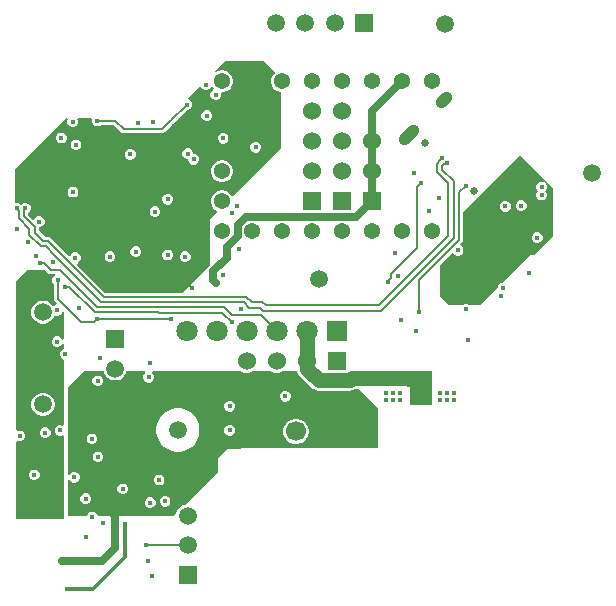
<source format=gbr>
%TF.GenerationSoftware,Altium Limited,Altium Designer,23.4.1 (23)*%
G04 Layer_Physical_Order=2*
G04 Layer_Color=36540*
%FSLAX26Y26*%
%MOIN*%
%TF.SameCoordinates,1F395C4B-4EE4-4E32-9856-E664E5071CD5*%
%TF.FilePolarity,Positive*%
%TF.FileFunction,Copper,L2,Inr,Signal*%
%TF.Part,CustomerPanel*%
G01*
G75*
%TA.AperFunction,Conductor*%
%ADD29C,0.008000*%
%ADD30C,0.012000*%
%ADD33C,0.050000*%
%ADD34C,0.025000*%
%TA.AperFunction,ComponentPad*%
%ADD37R,0.059370X0.059370*%
%ADD38C,0.059370*%
%ADD39C,0.054000*%
%ADD40R,0.059370X0.059370*%
%ADD41R,0.070866X0.070866*%
%ADD42C,0.070866*%
%ADD43R,0.059000X0.059000*%
%ADD44C,0.060000*%
%ADD45R,0.066929X0.066929*%
%ADD46C,0.066929*%
%TA.AperFunction,ViaPad*%
%ADD47C,0.059055*%
%TA.AperFunction,ComponentPad*%
%ADD48R,0.059000X0.059000*%
G04:AMPARAMS|DCode=49|XSize=39.37mil|YSize=62.992mil|CornerRadius=0mil|HoleSize=0mil|Usage=FLASHONLY|Rotation=315.000|XOffset=0mil|YOffset=0mil|HoleType=Round|Shape=Round|*
%AMOVALD49*
21,1,0.023622,0.039370,0.000000,0.000000,45.0*
1,1,0.039370,-0.008352,-0.008352*
1,1,0.039370,0.008352,0.008352*
%
%ADD49OVALD49*%

%ADD50C,0.026575*%
G04:AMPARAMS|DCode=51|XSize=39.37mil|YSize=82.677mil|CornerRadius=0mil|HoleSize=0mil|Usage=FLASHONLY|Rotation=315.000|XOffset=0mil|YOffset=0mil|HoleType=Round|Shape=Round|*
%AMOVALD51*
21,1,0.043307,0.039370,0.000000,0.000000,45.0*
1,1,0.039370,-0.015311,-0.015311*
1,1,0.039370,0.015311,0.015311*
%
%ADD51OVALD51*%

%TA.AperFunction,ViaPad*%
%ADD52C,0.017716*%
%ADD53C,0.019685*%
%TA.AperFunction,Conductor*%
%ADD54R,0.074000X0.112000*%
G36*
X877238Y1784411D02*
X877087Y1783265D01*
X870385Y1776563D01*
X865645Y1768354D01*
X863192Y1759198D01*
Y1749719D01*
X865645Y1740563D01*
X870385Y1732354D01*
X877087Y1725651D01*
X885296Y1720912D01*
X894192Y1718528D01*
Y1530458D01*
X735404Y1371670D01*
X730447Y1372323D01*
X727999Y1376563D01*
X721296Y1383265D01*
X713087Y1388005D01*
X703931Y1390458D01*
X694452D01*
X685296Y1388005D01*
X677087Y1383265D01*
X670385Y1376563D01*
X665645Y1368354D01*
X663192Y1359198D01*
Y1349719D01*
X665645Y1340563D01*
X670385Y1332354D01*
X677087Y1325651D01*
X681327Y1323203D01*
X681980Y1318246D01*
X658192Y1294458D01*
Y1141192D01*
X567113Y1050113D01*
X309726D01*
X216209Y1143630D01*
X217382Y1149528D01*
X220427Y1150789D01*
X225451Y1155813D01*
X228169Y1162376D01*
Y1169481D01*
X225451Y1176044D01*
X220427Y1181068D01*
X213863Y1183787D01*
X206759D01*
X200195Y1181068D01*
X195172Y1176044D01*
X193911Y1173000D01*
X188012Y1171827D01*
X128434Y1231405D01*
X124134Y1234278D01*
X119062Y1235287D01*
X110713D01*
X87563Y1258437D01*
Y1268142D01*
X93552D01*
X100116Y1270861D01*
X105139Y1275884D01*
X107858Y1282448D01*
Y1289552D01*
X105139Y1296116D01*
X100116Y1301139D01*
X93552Y1303858D01*
X86448D01*
X79884Y1301139D01*
X74861Y1296116D01*
X74172Y1294453D01*
X69268Y1293477D01*
X52345Y1310400D01*
Y1315064D01*
X53564Y1315569D01*
X58588Y1320593D01*
X61306Y1327157D01*
Y1334261D01*
X58588Y1340825D01*
X53564Y1345848D01*
X47001Y1348567D01*
X39896D01*
X33332Y1345848D01*
X30090Y1342606D01*
X26848Y1345848D01*
X20284Y1348567D01*
X13180D01*
X12185Y1348155D01*
X8028Y1350933D01*
Y1461941D01*
X177912Y1631825D01*
X182667Y1631389D01*
X185051Y1627161D01*
X183142Y1622552D01*
Y1615448D01*
X185861Y1608884D01*
X190884Y1603861D01*
X197448Y1601142D01*
X204552D01*
X211116Y1603861D01*
X216139Y1608884D01*
X218858Y1615448D01*
Y1622552D01*
X216893Y1627296D01*
X219492Y1632296D01*
X262523D01*
X265864Y1627296D01*
X265142Y1625552D01*
Y1618448D01*
X267861Y1611884D01*
X272884Y1606861D01*
X279448Y1604142D01*
X286552D01*
X293116Y1606861D01*
X295001Y1608745D01*
X337510D01*
X361486Y1584769D01*
X365786Y1581896D01*
X370858Y1580887D01*
X498288D01*
X503360Y1581896D01*
X507660Y1584769D01*
X537372Y1614482D01*
D01*
D01*
X537666Y1614921D01*
X581887Y1659142D01*
X584552D01*
X591116Y1661861D01*
X596139Y1666884D01*
X598858Y1673448D01*
Y1680552D01*
X596139Y1687116D01*
X591116Y1692139D01*
X588416Y1693258D01*
X587243Y1699156D01*
X624114Y1736027D01*
X630012Y1734854D01*
X631052Y1732342D01*
X636076Y1727318D01*
X642639Y1724600D01*
X649744D01*
X656308Y1727318D01*
X661331Y1732342D01*
X662704Y1735657D01*
X668267Y1736021D01*
X670385Y1732353D01*
X671634Y1731104D01*
X670460Y1725207D01*
X667884Y1724139D01*
X662861Y1719116D01*
X660142Y1712552D01*
Y1705448D01*
X662861Y1698884D01*
X667884Y1693861D01*
X674448Y1691142D01*
X681552D01*
X688116Y1693861D01*
X693139Y1698884D01*
X695858Y1705448D01*
Y1712552D01*
X695483Y1713458D01*
X698824Y1718458D01*
X703931D01*
X713087Y1720911D01*
X721296Y1725651D01*
X727999Y1732353D01*
X732738Y1740562D01*
X735192Y1749718D01*
Y1759197D01*
X732738Y1768353D01*
X727999Y1776562D01*
X721296Y1783265D01*
X713087Y1788005D01*
X703931Y1790458D01*
X694452D01*
X685296Y1788005D01*
X680247Y1785090D01*
X677177Y1789091D01*
X710545Y1822458D01*
X839192D01*
X877238Y1784411D01*
D02*
G37*
G36*
X1803121Y1398198D02*
Y1236781D01*
X1740129Y1173789D01*
X1724380D01*
X1633908Y1083316D01*
X1631639D01*
X1625076Y1080597D01*
X1620052Y1075574D01*
X1617333Y1069010D01*
Y1066742D01*
X1610207Y1059615D01*
X1559026Y1008434D01*
X1523879D01*
X1522377Y1009936D01*
X1515813Y1012655D01*
X1508709D01*
X1502145Y1009936D01*
X1500644Y1008434D01*
X1456664D01*
X1425168Y1039930D01*
Y1142926D01*
X1465116Y1182873D01*
X1470020Y1181898D01*
X1470390Y1181004D01*
X1475414Y1175980D01*
X1481977Y1173262D01*
X1489082D01*
X1495646Y1175980D01*
X1500669Y1181004D01*
X1503388Y1187568D01*
Y1194672D01*
X1500669Y1201236D01*
X1495646Y1206259D01*
X1494752Y1206630D01*
X1493776Y1211534D01*
X1499564Y1217322D01*
X1502438Y1221622D01*
X1503446Y1226694D01*
Y1318996D01*
X1688947Y1504497D01*
X1696822D01*
X1803121Y1398198D01*
D02*
G37*
G36*
X119226Y1116550D02*
X123526Y1113677D01*
X128598Y1112668D01*
X143368D01*
X143667Y1112049D01*
X141529Y1105784D01*
X136506Y1100761D01*
X133787Y1094197D01*
Y1087093D01*
X136506Y1080529D01*
X138390Y1078644D01*
Y1029355D01*
X139399Y1024283D01*
X142273Y1019982D01*
X148006Y1014249D01*
X145935Y1009249D01*
X145867D01*
X139303Y1006530D01*
X139139Y1006366D01*
X134182Y1007019D01*
X133289Y1008565D01*
X126086Y1015768D01*
X117265Y1020861D01*
X107426Y1023497D01*
X97240D01*
X87401Y1020861D01*
X78580Y1015768D01*
X71378Y1008565D01*
X66285Y999744D01*
X63648Y989905D01*
Y979719D01*
X66285Y969880D01*
X71378Y961059D01*
X78580Y953856D01*
X87401Y948764D01*
X97240Y946127D01*
X107426D01*
X117265Y948764D01*
X126086Y953856D01*
X133289Y961059D01*
X138382Y969880D01*
X139029Y972296D01*
X143514Y974507D01*
X145867Y973532D01*
X152971D01*
X159535Y976251D01*
X164559Y981275D01*
X166231Y985312D01*
X171231Y984317D01*
Y894475D01*
X166231Y893481D01*
X165139Y896116D01*
X160116Y901139D01*
X153552Y903858D01*
X146448D01*
X139884Y901139D01*
X134861Y896116D01*
X132142Y889552D01*
Y882448D01*
X134861Y875884D01*
X139884Y870861D01*
X146448Y868142D01*
X153552D01*
X160116Y870861D01*
X165139Y875884D01*
X166231Y878519D01*
X171231Y877525D01*
Y860969D01*
X166813Y859139D01*
X161790Y854116D01*
X159071Y847552D01*
Y840448D01*
X161790Y833884D01*
X166813Y828861D01*
X171231Y827031D01*
Y734812D01*
Y610207D01*
X166231Y606872D01*
X162744Y608316D01*
X155639D01*
X149076Y605597D01*
X144052Y600574D01*
X141333Y594010D01*
Y586906D01*
X144052Y580342D01*
X149076Y575318D01*
X155639Y572600D01*
X162744D01*
X166231Y574044D01*
X171231Y570709D01*
Y294458D01*
X13751D01*
X13751Y552455D01*
X18751Y555796D01*
X21639Y554600D01*
X28744D01*
X35307Y557318D01*
X40331Y562342D01*
X43050Y568906D01*
Y576010D01*
X40331Y582574D01*
X35307Y587597D01*
X28744Y590316D01*
X21639D01*
X18751Y589120D01*
X13751Y592461D01*
X13751Y1089751D01*
X51000Y1127000D01*
X108776D01*
X119226Y1116550D01*
D02*
G37*
G36*
X953406Y779229D02*
X958856Y772127D01*
X997274Y733709D01*
X1004376Y728259D01*
X1012647Y724833D01*
X1021523Y723664D01*
X1124775D01*
X1133651Y724833D01*
X1141921Y728259D01*
X1143808Y729707D01*
X1156943D01*
X1220192Y666458D01*
Y532458D01*
X764192D01*
X760264Y528530D01*
X717236D01*
X717236Y528530D01*
X714164Y527919D01*
X711559Y526178D01*
X711559Y526178D01*
X687515Y502135D01*
X685775Y499530D01*
X685164Y496458D01*
Y453430D01*
X575278Y343545D01*
X569260Y341932D01*
X560438Y336839D01*
X553236Y329636D01*
X548143Y320815D01*
X546530Y314797D01*
X538192Y306458D01*
X284642D01*
X282150Y312475D01*
X277126Y317498D01*
X270563Y320217D01*
X263458D01*
X256895Y317498D01*
X251871Y312475D01*
X249379Y306458D01*
X185192D01*
Y426141D01*
X190192Y427136D01*
X191515Y423940D01*
X196539Y418916D01*
X203102Y416198D01*
X210207D01*
X216771Y418916D01*
X221794Y423940D01*
X224513Y430504D01*
Y437608D01*
X221794Y444172D01*
X216771Y449195D01*
X210207Y451914D01*
X203102D01*
X196539Y449195D01*
X191515Y444172D01*
X190192Y440976D01*
X185192Y441971D01*
Y732458D01*
X240192Y787458D01*
X304686D01*
X306442Y780904D01*
X311535Y772083D01*
X318738Y764880D01*
X327559Y759787D01*
X337398Y757151D01*
X347584D01*
X357423Y759787D01*
X366244Y764880D01*
X373447Y772083D01*
X378539Y780904D01*
X380296Y787458D01*
X442670D01*
X443581Y785680D01*
X444202Y782458D01*
X439861Y778116D01*
X437142Y771552D01*
Y764448D01*
X439861Y757884D01*
X444884Y752861D01*
X451448Y750142D01*
X458552D01*
X465116Y752861D01*
X470139Y757884D01*
X472858Y764448D01*
Y771552D01*
X470139Y778116D01*
X465798Y782458D01*
X466419Y785680D01*
X467330Y787458D01*
X762081D01*
X766138Y785116D01*
X776057Y782458D01*
X786326D01*
X796245Y785116D01*
X800302Y787458D01*
X862081D01*
X866138Y785116D01*
X876057Y782458D01*
X886326D01*
X896245Y785116D01*
X900302Y787458D01*
X949998D01*
X953406Y779229D01*
D02*
G37*
%LPC*%
G36*
X651736Y1658182D02*
X644632D01*
X638068Y1655463D01*
X633045Y1650440D01*
X630326Y1643876D01*
Y1636772D01*
X633045Y1630208D01*
X638068Y1625184D01*
X644632Y1622466D01*
X651736D01*
X658300Y1625184D01*
X663324Y1630208D01*
X666042Y1636772D01*
Y1643876D01*
X663324Y1650440D01*
X658300Y1655463D01*
X651736Y1658182D01*
D02*
G37*
G36*
X166744Y1583316D02*
X159639D01*
X153076Y1580597D01*
X148052Y1575574D01*
X145333Y1569010D01*
Y1561906D01*
X148052Y1555342D01*
X153076Y1550318D01*
X159639Y1547600D01*
X166744D01*
X173308Y1550318D01*
X178331Y1555342D01*
X181050Y1561906D01*
Y1569010D01*
X178331Y1575574D01*
X173308Y1580597D01*
X166744Y1583316D01*
D02*
G37*
G36*
X706137Y1581858D02*
X699033D01*
X692469Y1579140D01*
X687446Y1574116D01*
X684727Y1567552D01*
Y1560448D01*
X687446Y1553884D01*
X692469Y1548861D01*
X699033Y1546142D01*
X706137D01*
X712701Y1548861D01*
X717725Y1553884D01*
X720443Y1560448D01*
Y1567552D01*
X717725Y1574116D01*
X712701Y1579140D01*
X706137Y1581858D01*
D02*
G37*
G36*
X215744Y1560316D02*
X208639D01*
X202076Y1557597D01*
X197052Y1552574D01*
X194333Y1546010D01*
Y1538906D01*
X197052Y1532342D01*
X202076Y1527318D01*
X208639Y1524600D01*
X215744D01*
X222308Y1527318D01*
X227331Y1532342D01*
X230050Y1538906D01*
Y1546010D01*
X227331Y1552574D01*
X222308Y1557597D01*
X215744Y1560316D01*
D02*
G37*
G36*
X814552Y1551858D02*
X807448D01*
X800884Y1549139D01*
X795861Y1544116D01*
X793142Y1537552D01*
Y1530448D01*
X795861Y1523884D01*
X800884Y1518861D01*
X807448Y1516142D01*
X814552D01*
X821116Y1518861D01*
X826139Y1523884D01*
X828858Y1530448D01*
Y1537552D01*
X826139Y1544116D01*
X821116Y1549139D01*
X814552Y1551858D01*
D02*
G37*
G36*
X396744Y1528316D02*
X389639D01*
X383076Y1525597D01*
X378052Y1520574D01*
X375333Y1514010D01*
Y1506906D01*
X378052Y1500342D01*
X383076Y1495318D01*
X389639Y1492600D01*
X396744D01*
X403308Y1495318D01*
X408331Y1500342D01*
X411050Y1506906D01*
Y1514010D01*
X408331Y1520574D01*
X403308Y1525597D01*
X396744Y1528316D01*
D02*
G37*
G36*
X588695Y1530750D02*
X581590D01*
X575027Y1528031D01*
X570003Y1523007D01*
X567284Y1516444D01*
Y1509339D01*
X570003Y1502775D01*
X575027Y1497752D01*
X581590Y1495033D01*
X586203D01*
Y1490475D01*
X588922Y1483912D01*
X593946Y1478888D01*
X600509Y1476169D01*
X607614D01*
X614177Y1478888D01*
X619201Y1483912D01*
X621920Y1490475D01*
Y1497580D01*
X619201Y1504143D01*
X614177Y1509167D01*
X607614Y1511886D01*
X603001D01*
Y1516444D01*
X600282Y1523007D01*
X595259Y1528031D01*
X588695Y1530750D01*
D02*
G37*
G36*
X703931Y1490458D02*
X694452D01*
X685296Y1488005D01*
X677087Y1483265D01*
X670385Y1476563D01*
X665645Y1468354D01*
X663192Y1459198D01*
Y1449719D01*
X665645Y1440563D01*
X670385Y1432354D01*
X677087Y1425651D01*
X685296Y1420911D01*
X694452Y1418458D01*
X703931D01*
X713087Y1420911D01*
X721296Y1425651D01*
X727999Y1432354D01*
X732738Y1440563D01*
X735192Y1449719D01*
Y1459198D01*
X732738Y1468354D01*
X727999Y1476563D01*
X721296Y1483265D01*
X713087Y1488005D01*
X703931Y1490458D01*
D02*
G37*
G36*
X205744Y1403423D02*
X198639D01*
X192076Y1400704D01*
X187052Y1395680D01*
X184333Y1389117D01*
Y1382012D01*
X187052Y1375449D01*
X192076Y1370425D01*
X198639Y1367706D01*
X205744D01*
X212308Y1370425D01*
X217331Y1375449D01*
X220050Y1382012D01*
Y1389117D01*
X217331Y1395680D01*
X212308Y1400704D01*
X205744Y1403423D01*
D02*
G37*
G36*
X521744Y1379316D02*
X514639D01*
X508076Y1376597D01*
X503052Y1371574D01*
X500333Y1365010D01*
Y1357906D01*
X503052Y1351342D01*
X508076Y1346318D01*
X514639Y1343600D01*
X521744D01*
X528308Y1346318D01*
X533331Y1351342D01*
X536050Y1357906D01*
Y1365010D01*
X533331Y1371574D01*
X528308Y1376597D01*
X521744Y1379316D01*
D02*
G37*
G36*
X478744Y1337316D02*
X471639D01*
X465076Y1334597D01*
X460052Y1329574D01*
X457333Y1323010D01*
Y1315906D01*
X460052Y1309342D01*
X465076Y1304318D01*
X471639Y1301600D01*
X478744D01*
X485308Y1304318D01*
X490331Y1309342D01*
X493050Y1315906D01*
Y1323010D01*
X490331Y1329574D01*
X485308Y1334597D01*
X478744Y1337316D01*
D02*
G37*
G36*
X414744Y1204316D02*
X407639D01*
X401076Y1201597D01*
X396052Y1196574D01*
X393333Y1190010D01*
Y1182906D01*
X396052Y1176342D01*
X401076Y1171318D01*
X407639Y1168600D01*
X414744D01*
X421308Y1171318D01*
X426331Y1176342D01*
X429050Y1182906D01*
Y1190010D01*
X426331Y1196574D01*
X421308Y1201597D01*
X414744Y1204316D01*
D02*
G37*
G36*
X521744Y1193316D02*
X514639D01*
X508076Y1190597D01*
X503052Y1185574D01*
X500333Y1179010D01*
Y1171906D01*
X503052Y1165342D01*
X508076Y1160318D01*
X514639Y1157600D01*
X521744D01*
X528308Y1160318D01*
X533331Y1165342D01*
X536050Y1171906D01*
Y1179010D01*
X533331Y1185574D01*
X528308Y1190597D01*
X521744Y1193316D01*
D02*
G37*
G36*
X579966Y1187444D02*
X572862D01*
X566298Y1184725D01*
X561274Y1179702D01*
X558556Y1173138D01*
Y1166034D01*
X561274Y1159470D01*
X566298Y1154446D01*
X572862Y1151728D01*
X579966D01*
X586530Y1154446D01*
X591553Y1159470D01*
X594272Y1166034D01*
Y1173138D01*
X591553Y1179702D01*
X586530Y1184725D01*
X579966Y1187444D01*
D02*
G37*
G36*
X328744Y1187316D02*
X321639D01*
X315076Y1184597D01*
X310052Y1179574D01*
X307333Y1173010D01*
Y1165906D01*
X310052Y1159342D01*
X315076Y1154318D01*
X321639Y1151600D01*
X328744D01*
X335308Y1154318D01*
X340331Y1159342D01*
X343050Y1165906D01*
Y1173010D01*
X340331Y1179574D01*
X335308Y1184597D01*
X328744Y1187316D01*
D02*
G37*
G36*
X1767744Y1420033D02*
X1760639D01*
X1754076Y1417314D01*
X1749052Y1412291D01*
X1746333Y1405727D01*
Y1398622D01*
X1749052Y1392059D01*
X1752295Y1388816D01*
X1749052Y1385574D01*
X1746333Y1379010D01*
Y1371906D01*
X1749052Y1365342D01*
X1754076Y1360319D01*
X1760639Y1357600D01*
X1767744D01*
X1774308Y1360319D01*
X1779331Y1365342D01*
X1782050Y1371906D01*
Y1379010D01*
X1779331Y1385574D01*
X1776089Y1388816D01*
X1779331Y1392059D01*
X1782050Y1398622D01*
Y1405727D01*
X1779331Y1412291D01*
X1774308Y1417314D01*
X1767744Y1420033D01*
D02*
G37*
G36*
X1699744Y1357316D02*
X1692639D01*
X1686076Y1354597D01*
X1681052Y1349574D01*
X1678333Y1343010D01*
Y1335906D01*
X1681052Y1329342D01*
X1686076Y1324318D01*
X1692639Y1321600D01*
X1699744D01*
X1706307Y1324318D01*
X1711331Y1329342D01*
X1714050Y1335906D01*
Y1343010D01*
X1711331Y1349574D01*
X1706307Y1354597D01*
X1699744Y1357316D01*
D02*
G37*
G36*
X1647366Y1355175D02*
X1640262D01*
X1633698Y1352456D01*
X1628674Y1347432D01*
X1625956Y1340869D01*
Y1333764D01*
X1628674Y1327200D01*
X1633698Y1322177D01*
X1640262Y1319458D01*
X1647366D01*
X1653930Y1322177D01*
X1658953Y1327200D01*
X1661672Y1333764D01*
Y1340869D01*
X1658953Y1347432D01*
X1653930Y1352456D01*
X1647366Y1355175D01*
D02*
G37*
G36*
X1753862Y1250993D02*
X1746757D01*
X1740194Y1248275D01*
X1735170Y1243251D01*
X1732451Y1236687D01*
Y1229583D01*
X1735170Y1223019D01*
X1740194Y1217996D01*
X1746757Y1215277D01*
X1753862D01*
X1760426Y1217996D01*
X1765449Y1223019D01*
X1768168Y1229583D01*
Y1236687D01*
X1765449Y1243251D01*
X1760426Y1248275D01*
X1753862Y1250993D01*
D02*
G37*
G36*
X107426Y716411D02*
X97240D01*
X87401Y713774D01*
X78580Y708681D01*
X71378Y701479D01*
X66285Y692657D01*
X63648Y682819D01*
Y672633D01*
X66285Y662794D01*
X71378Y653972D01*
X78580Y646770D01*
X87401Y641677D01*
X97240Y639041D01*
X107426D01*
X117265Y641677D01*
X126086Y646770D01*
X133289Y653972D01*
X138382Y662794D01*
X141018Y672633D01*
Y682819D01*
X138382Y692657D01*
X133289Y701479D01*
X126086Y708681D01*
X117265Y713774D01*
X107426Y716411D01*
D02*
G37*
G36*
X113760Y601316D02*
X106655D01*
X100091Y598597D01*
X95068Y593574D01*
X92349Y587010D01*
Y579906D01*
X95068Y573342D01*
X100091Y568318D01*
X106655Y565600D01*
X113760D01*
X120323Y568318D01*
X125347Y573342D01*
X128065Y579906D01*
Y587010D01*
X125347Y593574D01*
X120323Y598597D01*
X113760Y601316D01*
D02*
G37*
G36*
X76381Y460367D02*
X69277D01*
X62713Y457648D01*
X57690Y452625D01*
X54971Y446061D01*
Y438956D01*
X57690Y432393D01*
X62713Y427369D01*
X69277Y424650D01*
X76381D01*
X82945Y427369D01*
X87969Y432393D01*
X90687Y438956D01*
Y446061D01*
X87969Y452625D01*
X82945Y457648D01*
X76381Y460367D01*
D02*
G37*
G36*
X287946Y773493D02*
X280841D01*
X274278Y770774D01*
X269254Y765751D01*
X266536Y759187D01*
Y752083D01*
X269254Y745519D01*
X274278Y740495D01*
X280841Y737777D01*
X287946D01*
X294510Y740495D01*
X299533Y745519D01*
X302252Y752083D01*
Y759187D01*
X299533Y765751D01*
X294510Y770774D01*
X287946Y773493D01*
D02*
G37*
G36*
X913744Y722371D02*
X906639D01*
X900076Y719653D01*
X895052Y714629D01*
X892333Y708065D01*
Y700961D01*
X895052Y694397D01*
X900076Y689374D01*
X906639Y686655D01*
X913744D01*
X920308Y689374D01*
X925331Y694397D01*
X928050Y700961D01*
Y708065D01*
X925331Y714629D01*
X920308Y719653D01*
X913744Y722371D01*
D02*
G37*
G36*
X727933Y689127D02*
X720828D01*
X714265Y686408D01*
X709241Y681385D01*
X706522Y674821D01*
Y667717D01*
X709241Y661153D01*
X714265Y656129D01*
X720828Y653411D01*
X727933D01*
X734496Y656129D01*
X739520Y661153D01*
X742239Y667717D01*
Y674821D01*
X739520Y681385D01*
X734496Y686408D01*
X727933Y689127D01*
D02*
G37*
G36*
Y608505D02*
X720828D01*
X714265Y605786D01*
X709241Y600763D01*
X706522Y594199D01*
Y587095D01*
X709241Y580531D01*
X714265Y575507D01*
X720828Y572789D01*
X727933D01*
X734496Y575507D01*
X739520Y580531D01*
X742239Y587095D01*
Y594199D01*
X739520Y600763D01*
X734496Y605786D01*
X727933Y608505D01*
D02*
G37*
G36*
X950444Y629639D02*
X939262D01*
X928462Y626745D01*
X918779Y621154D01*
X910873Y613248D01*
X905282Y603565D01*
X902389Y592765D01*
Y581584D01*
X905282Y570784D01*
X910873Y561101D01*
X918779Y553194D01*
X928462Y547604D01*
X939262Y544710D01*
X950444D01*
X961244Y547604D01*
X970927Y553194D01*
X978833Y561101D01*
X984424Y570784D01*
X987317Y581584D01*
Y592765D01*
X984424Y603565D01*
X978833Y613248D01*
X970927Y621154D01*
X961244Y626745D01*
X950444Y629639D01*
D02*
G37*
G36*
X268871Y580279D02*
X261766D01*
X255202Y577561D01*
X250179Y572537D01*
X247460Y565973D01*
Y558869D01*
X250179Y552305D01*
X255202Y547282D01*
X261766Y544563D01*
X268871D01*
X275434Y547282D01*
X280458Y552305D01*
X283177Y558869D01*
Y565973D01*
X280458Y572537D01*
X275434Y577561D01*
X268871Y580279D01*
D02*
G37*
G36*
X558902Y664388D02*
X544721D01*
X530812Y661621D01*
X517710Y656194D01*
X505919Y648315D01*
X495891Y638288D01*
X488013Y626496D01*
X482586Y613395D01*
X479819Y599486D01*
Y585305D01*
X482586Y571396D01*
X488013Y558294D01*
X495891Y546503D01*
X505919Y536476D01*
X517710Y528597D01*
X530812Y523170D01*
X544721Y520403D01*
X558902D01*
X572811Y523170D01*
X585912Y528597D01*
X597704Y536476D01*
X607731Y546503D01*
X615610Y558294D01*
X621037Y571396D01*
X623803Y585305D01*
Y599486D01*
X621037Y613395D01*
X615610Y626496D01*
X607731Y638288D01*
X597704Y648315D01*
X585912Y656194D01*
X572811Y661621D01*
X558902Y664388D01*
D02*
G37*
G36*
X288744Y520316D02*
X281639D01*
X275076Y517597D01*
X270052Y512574D01*
X267333Y506010D01*
Y498906D01*
X270052Y492342D01*
X275076Y487318D01*
X281639Y484600D01*
X288744D01*
X295308Y487318D01*
X300331Y492342D01*
X303050Y498906D01*
Y506010D01*
X300331Y512574D01*
X295308Y517597D01*
X288744Y520316D01*
D02*
G37*
G36*
X492744Y443316D02*
X485639D01*
X479076Y440597D01*
X474052Y435574D01*
X471333Y429010D01*
Y421906D01*
X474052Y415342D01*
X479076Y410318D01*
X485639Y407600D01*
X492744D01*
X499308Y410318D01*
X504331Y415342D01*
X507050Y421906D01*
Y429010D01*
X504331Y435574D01*
X499308Y440597D01*
X492744Y443316D01*
D02*
G37*
G36*
X371634Y413512D02*
X364529D01*
X357966Y410794D01*
X352942Y405770D01*
X350223Y399206D01*
Y392102D01*
X352942Y385538D01*
X357966Y380515D01*
X364529Y377796D01*
X371634D01*
X378197Y380515D01*
X383221Y385538D01*
X385940Y392102D01*
Y399206D01*
X383221Y405770D01*
X378197Y410794D01*
X371634Y413512D01*
D02*
G37*
G36*
X247744Y381316D02*
X240639D01*
X234076Y378597D01*
X229052Y373574D01*
X226333Y367010D01*
Y359906D01*
X229052Y353342D01*
X234076Y348318D01*
X240639Y345600D01*
X247744D01*
X254308Y348318D01*
X259331Y353342D01*
X262050Y359906D01*
Y367010D01*
X259331Y373574D01*
X254308Y378597D01*
X247744Y381316D01*
D02*
G37*
G36*
X512744Y372316D02*
X505639D01*
X499076Y369597D01*
X494052Y364574D01*
X491333Y358010D01*
Y350906D01*
X494052Y344342D01*
X499076Y339318D01*
X505639Y336600D01*
X512744D01*
X519308Y339318D01*
X524331Y344342D01*
X527050Y350906D01*
Y358010D01*
X524331Y364574D01*
X519308Y369597D01*
X512744Y372316D01*
D02*
G37*
G36*
X463744Y367316D02*
X456639D01*
X450076Y364597D01*
X445052Y359574D01*
X442333Y353010D01*
Y345906D01*
X445052Y339342D01*
X450076Y334318D01*
X456639Y331600D01*
X463744D01*
X470308Y334318D01*
X475331Y339342D01*
X478050Y345906D01*
Y353010D01*
X475331Y359574D01*
X470308Y364597D01*
X463744Y367316D01*
D02*
G37*
%LPD*%
D29*
X283149Y960828D02*
X529251D01*
X282184Y1001816D02*
X705225D01*
X304236Y1036858D02*
X779510D01*
X189749Y1069251D02*
X274184Y984816D01*
X489362Y982880D02*
X700120D01*
X119062Y1222033D02*
X304236Y1036858D01*
X705225Y1001816D02*
X732632Y974409D01*
X296780Y1018858D02*
X772054D01*
X158077Y1125922D02*
X282184Y1001816D01*
X487426Y984816D02*
X489362Y982880D01*
X156701Y1158938D02*
X296780Y1018858D01*
X274184Y984816D02*
X487426D01*
X447000Y210000D02*
X449542Y207458D01*
X584192D01*
X844737Y1007409D02*
X1221409D01*
X837282Y989409D02*
X1228865D01*
X826284Y1000407D02*
X837282Y989409D01*
X1228865D02*
X1471698Y1232242D01*
X833740Y1018407D02*
X844737Y1007409D01*
X1221409D02*
X1453698Y1239698D01*
X370858Y1594142D02*
X498288D01*
X528000Y1623854D01*
Y1624000D01*
X581000Y1677000D01*
X343000Y1622000D02*
X370858Y1594142D01*
X283000Y1622000D02*
X343000D01*
X282955Y959971D02*
Y962139D01*
X282659D02*
X282955D01*
X228109Y952891D02*
X273411D01*
X282659Y962139D01*
X56308Y1243604D02*
Y1262236D01*
X39090Y1304910D02*
Y1323721D01*
Y1304910D02*
X74308Y1269692D01*
X21090Y1297454D02*
Y1323721D01*
X74308Y1249779D02*
Y1269692D01*
X21090Y1297454D02*
X56308Y1262236D01*
Y1243604D02*
X95880Y1204033D01*
X74308Y1249779D02*
X102055Y1222033D01*
X119062D01*
X95880Y1204033D02*
X111606D01*
X143190Y1172449D01*
X537000Y1127000D02*
X598000Y1066000D01*
X1356192Y1092694D02*
X1490192Y1226694D01*
X1356192Y985458D02*
Y1092694D01*
X1471698Y1232242D02*
Y1421601D01*
X1453698Y1239698D02*
Y1414145D01*
X1490192Y1226694D02*
Y1384458D01*
X1263111Y1113734D02*
X1348192Y1198815D01*
X1263111Y1100006D02*
Y1113734D01*
X1348192Y1198815D02*
Y1402458D01*
X1251192Y1088087D02*
X1263111Y1100006D01*
X1251192Y1085458D02*
Y1088087D01*
X16732Y1328079D02*
X21090Y1323721D01*
X43448Y1328079D02*
Y1330709D01*
X39090Y1323721D02*
X43448Y1328079D01*
X16732D02*
Y1330709D01*
X797961Y1018407D02*
X833740D01*
X790505Y1000407D02*
X826284D01*
X772054Y1018858D02*
X790505Y1000407D01*
X779510Y1036858D02*
X797961Y1018407D01*
X828240Y974409D02*
X881192Y921458D01*
X732632Y974409D02*
X828240D01*
X700120Y982880D02*
X732000Y951000D01*
X151645Y1029355D02*
X228109Y952891D01*
X151645Y1029355D02*
Y1090645D01*
X128598Y1125922D02*
X158077D01*
X176251Y1069251D02*
X189749D01*
X174645Y1067645D02*
X176251Y1069251D01*
X106740Y1147781D02*
X128598Y1125922D01*
X91126Y1147781D02*
X106740D01*
X156701Y1158938D02*
Y1159645D01*
X143897Y1172449D02*
X156701Y1159645D01*
X143190Y1172449D02*
X143897D01*
X1415009Y1452834D02*
X1453698Y1414145D01*
X1433009Y1460290D02*
X1471698Y1421601D01*
X1433009Y1460290D02*
Y1471604D01*
X1442817Y1481412D01*
X1415009Y1452834D02*
Y1479060D01*
X1427051Y1493025D02*
X1431524Y1497498D01*
Y1500128D01*
X1415009Y1479060D02*
X1427051Y1491102D01*
Y1493025D01*
X1348192Y1402458D02*
X1361192Y1415458D01*
X1510947Y1405214D02*
X1511056D01*
X1490192Y1384458D02*
X1510947Y1405214D01*
D30*
X270192Y62458D02*
X375495Y167762D01*
Y278802D01*
X181192Y62458D02*
X270192D01*
D33*
X1361000Y732000D02*
Y751000D01*
X1349000Y763000D02*
X1361000Y751000D01*
X1124775Y757958D02*
X1130817Y764000D01*
X1320711Y763000D02*
X1349000D01*
X983105Y796376D02*
Y819545D01*
Y796376D02*
X1021523Y757958D01*
X1124775D01*
X1130817Y764000D02*
X1319711D01*
X1320711Y763000D01*
X981192Y821458D02*
X983105Y819545D01*
X981192Y821458D02*
Y921458D01*
D34*
X716000Y1165933D02*
Y1202677D01*
X670642Y1120575D02*
X716000Y1165933D01*
X670642Y1091008D02*
X678192Y1083458D01*
X670642Y1091008D02*
Y1120575D01*
X716000Y1202677D02*
X750692Y1237369D01*
X779102Y1302958D02*
X779732D01*
X750692Y1274547D02*
X779102Y1302958D01*
X750692Y1237369D02*
Y1274547D01*
X779732Y1302958D02*
X1119281D01*
X341495Y199288D02*
Y306154D01*
X337928Y195721D02*
X341495Y199288D01*
X329192Y318458D02*
X341495Y306154D01*
X337928Y194856D02*
Y195721D01*
X299144Y156072D02*
X337928Y194856D01*
X166577Y156072D02*
X299144D01*
X1119281Y1302958D02*
X1119781Y1302458D01*
X1147191D02*
X1199192Y1354458D01*
X1119781Y1302458D02*
X1147191D01*
X1199192Y1354458D02*
Y1454458D01*
Y1554458D01*
Y1654458D02*
X1299192Y1754458D01*
X1199192Y1554458D02*
Y1654458D01*
D37*
X1172829Y1949127D02*
D03*
D38*
X1074404D02*
D03*
X975979D02*
D03*
X877554D02*
D03*
X102333Y677726D02*
D03*
Y984812D02*
D03*
X584192Y305883D02*
D03*
Y207458D02*
D03*
X342491Y795836D02*
D03*
D39*
X699192Y1354458D02*
D03*
X699192Y1254458D02*
D03*
Y1454458D02*
D03*
X1099192Y1754458D02*
D03*
X1199192Y1754458D02*
D03*
X999192Y1754458D02*
D03*
X899192D02*
D03*
X1399192Y1254458D02*
D03*
Y1754458D02*
D03*
X799192Y1754458D02*
D03*
X799192Y1254458D02*
D03*
X899192Y1254458D02*
D03*
X999192Y1254458D02*
D03*
X1099192D02*
D03*
X1199192Y1254458D02*
D03*
X1299192Y1254458D02*
D03*
Y1754458D02*
D03*
X699192Y1754458D02*
D03*
D40*
X102333Y776151D02*
D03*
Y1083237D02*
D03*
X584192Y109033D02*
D03*
X342491Y894261D02*
D03*
D41*
X1081192Y921458D02*
D03*
D42*
X981192D02*
D03*
X881192D02*
D03*
X781192D02*
D03*
X681192D02*
D03*
X581192D02*
D03*
D43*
X1081192Y821458D02*
D03*
D44*
X981192D02*
D03*
X881192D02*
D03*
X781192D02*
D03*
X1199192Y1554458D02*
D03*
Y1454458D02*
D03*
X1099192D02*
D03*
Y1554458D02*
D03*
Y1654458D02*
D03*
X999192Y1454458D02*
D03*
Y1554458D02*
D03*
X999192Y1654458D02*
D03*
D45*
X1144853Y587174D02*
D03*
D46*
X944853D02*
D03*
D47*
X1933042Y1449009D02*
D03*
X1440916Y1945442D02*
D03*
X551811Y592395D02*
D03*
X1023622Y1095204D02*
D03*
D48*
X1199192Y1354458D02*
D03*
X1099192D02*
D03*
X999192Y1354458D02*
D03*
D49*
X1438762Y1691690D02*
D03*
X1679289Y1451162D02*
D03*
D50*
X1376963Y1550266D02*
D03*
X1537866Y1389363D02*
D03*
D51*
X1322396Y1575323D02*
D03*
X1562923Y1334796D02*
D03*
D52*
X701000Y1108000D02*
D03*
X576414Y1169586D02*
D03*
X754192Y1195458D02*
D03*
X165150Y1416609D02*
D03*
X1291339Y716535D02*
D03*
X1244094D02*
D03*
X1267716D02*
D03*
X1244094Y692913D02*
D03*
X1267716D02*
D03*
X1291339D02*
D03*
X1381890Y716535D02*
D03*
X1358268D02*
D03*
X1334646D02*
D03*
Y692913D02*
D03*
X1358268D02*
D03*
X1381890D02*
D03*
X447000Y210000D02*
D03*
X1472441Y692913D02*
D03*
X1448819D02*
D03*
X1425197D02*
D03*
Y716535D02*
D03*
X1448819D02*
D03*
X1472441D02*
D03*
X1346457Y921260D02*
D03*
X1295276Y959914D02*
D03*
X539461Y1604403D02*
D03*
X201000Y1619000D02*
D03*
X811000Y1534000D02*
D03*
X420000Y1616000D02*
D03*
X283000Y1622000D02*
D03*
X581000Y1677000D02*
D03*
X648184Y1640324D02*
D03*
X702585Y1564000D02*
D03*
X652113Y1188113D02*
D03*
X678000Y1709000D02*
D03*
X150000Y886000D02*
D03*
X176929Y844000D02*
D03*
X282955Y961022D02*
D03*
X529251Y960828D02*
D03*
X416080Y1073999D02*
D03*
X71000Y1377000D02*
D03*
X149419Y991390D02*
D03*
X16732Y1262129D02*
D03*
X51199Y1217801D02*
D03*
X455000Y768000D02*
D03*
X291000Y833000D02*
D03*
X613781Y1211781D02*
D03*
X598000Y1066000D02*
D03*
X411192Y1186458D02*
D03*
X763000Y997000D02*
D03*
X1485530Y1191120D02*
D03*
X1284969Y1104680D02*
D03*
X1518000Y892000D02*
D03*
X1722000Y1114379D02*
D03*
X1635192Y1065458D02*
D03*
X1629192Y1038458D02*
D03*
X90000Y1286000D02*
D03*
X43448Y1330709D02*
D03*
X77690Y1172044D02*
D03*
X732000Y951000D02*
D03*
X151645Y1090645D02*
D03*
X174645Y1067645D02*
D03*
X91126Y1147781D02*
D03*
X134843Y1150591D02*
D03*
X210311Y1165928D02*
D03*
X779732Y1302958D02*
D03*
X731192Y1316458D02*
D03*
X749875Y1338316D02*
D03*
X221735Y999002D02*
D03*
X16732Y1330709D02*
D03*
X1431524Y1500128D02*
D03*
X459192Y814458D02*
D03*
X284394Y755635D02*
D03*
X25192Y572458D02*
D03*
X206065Y539545D02*
D03*
X206655Y434056D02*
D03*
X285192Y502458D02*
D03*
X312192Y414458D02*
D03*
X301450Y281716D02*
D03*
X267010Y302359D02*
D03*
X375495Y278802D02*
D03*
X244192Y363458D02*
D03*
X92491Y313426D02*
D03*
X110207Y583458D02*
D03*
X72829Y442509D02*
D03*
X159192Y590458D02*
D03*
X265318Y562421D02*
D03*
X724381Y671269D02*
D03*
X460192Y349458D02*
D03*
X489192Y425458D02*
D03*
X509192Y354458D02*
D03*
X910192Y704513D02*
D03*
X724381Y590647D02*
D03*
X212192Y1542458D02*
D03*
X163192Y1565458D02*
D03*
X660192D02*
D03*
X678192Y1083458D02*
D03*
X1512261Y994797D02*
D03*
X1275192Y1182458D02*
D03*
X604062Y1494027D02*
D03*
X585143Y1512891D02*
D03*
X646192Y1742458D02*
D03*
X245050Y234812D02*
D03*
X181192Y62458D02*
D03*
X368081Y395654D02*
D03*
X453837Y154104D02*
D03*
X464192Y104458D02*
D03*
X337928Y195721D02*
D03*
X166577Y156072D02*
D03*
X122018Y313426D02*
D03*
X62963D02*
D03*
X1764192Y1402175D02*
D03*
X1450333Y1481148D02*
D03*
X1764192Y1375458D02*
D03*
X1750310Y1233135D02*
D03*
X1251192Y1085458D02*
D03*
X1356192Y985458D02*
D03*
X1361192Y1415458D02*
D03*
X1511056Y1405214D02*
D03*
X1389192Y1323458D02*
D03*
X1421192Y1363990D02*
D03*
X1696192Y1339458D02*
D03*
X1338548Y1447957D02*
D03*
X1643814Y1337316D02*
D03*
X469192Y1618957D02*
D03*
X363993Y1289657D02*
D03*
X393192Y1510458D02*
D03*
X414192Y1531316D02*
D03*
X475192Y1319458D02*
D03*
X202192Y1385564D02*
D03*
X518192Y1361458D02*
D03*
X405390Y1252259D02*
D03*
X325192Y1169458D02*
D03*
X255192Y1412458D02*
D03*
X490192Y1343458D02*
D03*
X473192Y1387576D02*
D03*
X419952Y1342390D02*
D03*
X518192Y1175458D02*
D03*
D53*
X1492097Y1142293D02*
D03*
X1448790D02*
D03*
X1492097Y1098986D02*
D03*
X1448790D02*
D03*
X1492097Y1055678D02*
D03*
X1448790D02*
D03*
D54*
X1361000Y732000D02*
D03*
%TF.MD5,e69dd0aa65d4ad7c2de78ba5a65e0957*%
M02*

</source>
